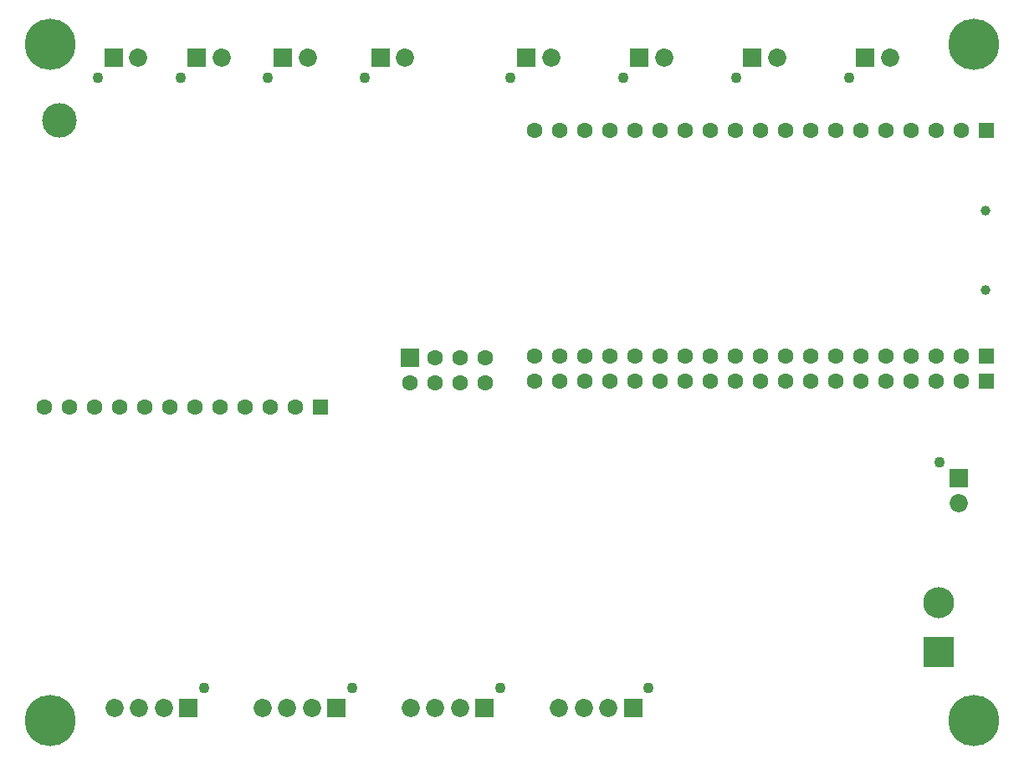
<source format=gbr>
G04 DipTrace 4.1.1.0*
G04 BottomMask.gbr*
%MOIN*%
G04 #@! TF.FileFunction,Soldermask,Bot*
G04 #@! TF.Part,Single*
%ADD60C,0.043307*%
%ADD61C,0.137795*%
%ADD62C,0.03937*%
%ADD81C,0.123937*%
%ADD83R,0.123937X0.123937*%
%ADD97C,0.203937*%
%ADD103C,0.062992*%
%ADD105R,0.073937X0.073937*%
%ADD107C,0.062992*%
%ADD109R,0.062992X0.062992*%
%ADD111C,0.072835*%
%ADD113R,0.072835X0.072835*%
%FSLAX26Y26*%
G04*
G70*
G90*
G75*
G01*
G04 BotMask*
%LPD*%
D113*
X1073150Y571181D3*
D111*
X974724D3*
X876299D3*
X777874D3*
D60*
X1136142Y649921D3*
D113*
X1663701Y571181D3*
D111*
X1565276D3*
X1466850D3*
X1368425D3*
D60*
X1726693Y649921D3*
D109*
X4253070Y1874391D3*
D107*
X4153070Y1874388D3*
X4053070Y1874384D3*
X3953070Y1874380D3*
X3853070Y1874377D3*
X3753070Y1874373D3*
X3653070Y1874369D3*
X3553070Y1874366D3*
X3453070Y1874362D3*
X3353070Y1874358D3*
X3253070Y1874355D3*
X3153070Y1874351D3*
X3053070Y1874347D3*
X2953070Y1874344D3*
X2853070Y1874340D3*
X2753070Y1874336D3*
X2653070Y1874333D3*
X2553070Y1874329D3*
X2453070Y1874325D3*
D109*
X4253070Y1974391D3*
D107*
X4153070Y1974388D3*
X4053070Y1974384D3*
X3953070Y1974380D3*
X3853070Y1974377D3*
X3753070Y1974373D3*
X3653070Y1974369D3*
X3553070Y1974366D3*
X3453070Y1974362D3*
X3353070Y1974358D3*
X3253070Y1974355D3*
X3153070Y1974351D3*
X3053070Y1974347D3*
X2953070Y1974344D3*
X2853070Y1974340D3*
X2753070Y1974336D3*
X2653070Y1974333D3*
X2553070Y1974329D3*
X2453070Y1974325D3*
D109*
X4253070Y2874391D3*
D107*
X4153070Y2874388D3*
X4053070Y2874384D3*
X3953070Y2874380D3*
X3853070Y2874377D3*
X3753070Y2874373D3*
X3653070Y2874369D3*
X3553070Y2874366D3*
X3453070Y2874362D3*
X3353070Y2874358D3*
X3253070Y2874355D3*
X3153070Y2874351D3*
X3053070Y2874347D3*
X2953070Y2874344D3*
X2853070Y2874340D3*
X2753070Y2874336D3*
X2653070Y2874333D3*
X2553070Y2874329D3*
X2453070Y2874325D3*
D113*
X2254252Y571181D3*
D111*
X2155827D3*
X2057402D3*
X1958976D3*
D60*
X2317244Y649921D3*
D113*
X2844803Y571181D3*
D111*
X2746378D3*
X2647953D3*
X2549528D3*
D60*
X2907795Y649921D3*
D113*
X1451052Y3164290D3*
D111*
X1549478D3*
D60*
X1388060Y3085550D3*
D113*
X1107263Y3164289D3*
D111*
X1205689Y3164291D3*
D60*
X1044273Y3085547D3*
D113*
X776052Y3164290D3*
D111*
X874478D3*
D60*
X713060Y3085550D3*
D113*
X1838554Y3164290D3*
D111*
X1936979D3*
D60*
X1775562Y3085550D3*
D113*
X3769803Y3164290D3*
D111*
X3868228D3*
D60*
X3706811Y3085550D3*
D113*
X3319803Y3164290D3*
D111*
X3418228D3*
D60*
X3256811Y3085550D3*
D113*
X2869803Y3164290D3*
D111*
X2968228D3*
D60*
X2806811Y3085550D3*
D113*
X2419804Y3164290D3*
D111*
X2518230D3*
D60*
X2356812Y3085550D3*
D113*
X4144016Y1486979D3*
D111*
Y1388554D3*
D60*
X4065276Y1549971D3*
D105*
X1954806Y1969005D3*
D103*
X1954813Y1869005D3*
X2054806Y1969012D3*
X2054813Y1869012D3*
X2154806Y1969019D3*
X2154813Y1869019D3*
X2254806Y1969027D3*
X2254813Y1869027D3*
D97*
X521969Y521969D3*
Y3218819D3*
X4203071D3*
Y521969D3*
D109*
X1600270Y1771231D3*
D107*
X1500270D3*
X1400270D3*
X1300270D3*
X1200270D3*
X1100270D3*
X1000270D3*
X900270D3*
X800280D3*
X700280D3*
X600280D3*
X500280D3*
D61*
X558139Y2912963D3*
D62*
X4250709Y2238764D3*
Y2553724D3*
D83*
X4064045Y793720D3*
D81*
Y990571D3*
M02*

</source>
